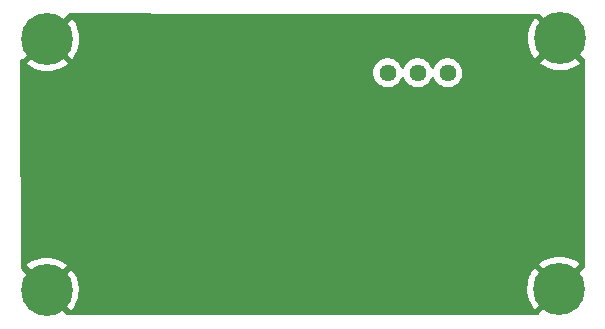
<source format=gbr>
%TF.GenerationSoftware,KiCad,Pcbnew,(6.0.7-1)-1*%
%TF.CreationDate,2022-10-26T21:12:00+02:00*%
%TF.ProjectId,Modulo_LM2596S,4d6f6475-6c6f-45f4-9c4d-32353936532e,rev?*%
%TF.SameCoordinates,Original*%
%TF.FileFunction,Copper,L2,Bot*%
%TF.FilePolarity,Positive*%
%FSLAX46Y46*%
G04 Gerber Fmt 4.6, Leading zero omitted, Abs format (unit mm)*
G04 Created by KiCad (PCBNEW (6.0.7-1)-1) date 2022-10-26 21:12:00*
%MOMM*%
%LPD*%
G01*
G04 APERTURE LIST*
%TA.AperFunction,ComponentPad*%
%ADD10C,0.700000*%
%TD*%
%TA.AperFunction,ComponentPad*%
%ADD11C,4.400000*%
%TD*%
%TA.AperFunction,ComponentPad*%
%ADD12C,1.440000*%
%TD*%
%TA.AperFunction,ViaPad*%
%ADD13C,1.000000*%
%TD*%
%TA.AperFunction,ViaPad*%
%ADD14C,0.800000*%
%TD*%
G04 APERTURE END LIST*
D10*
%TO.P,H104,1,1*%
%TO.N,OUT-*%
X196783274Y-91133274D03*
X197950000Y-93950000D03*
D11*
X197950000Y-92300000D03*
D10*
X199116726Y-91133274D03*
X196783274Y-93466726D03*
X199600000Y-92300000D03*
X196300000Y-92300000D03*
X197950000Y-90650000D03*
X199116726Y-93466726D03*
%TD*%
%TO.P,H101,1,1*%
%TO.N,OUT-*%
X153433274Y-69983274D03*
X154600000Y-72800000D03*
X155766726Y-69983274D03*
X153433274Y-72316726D03*
D11*
X154600000Y-71150000D03*
D10*
X156250000Y-71150000D03*
X154600000Y-69500000D03*
X152950000Y-71150000D03*
X155766726Y-72316726D03*
%TD*%
%TO.P,H102,1,1*%
%TO.N,OUT-*%
X196833274Y-69933274D03*
D11*
X198000000Y-71100000D03*
D10*
X196350000Y-71100000D03*
X199166726Y-69933274D03*
X199650000Y-71100000D03*
X199166726Y-72266726D03*
X198000000Y-69450000D03*
X198000000Y-72750000D03*
X196833274Y-72266726D03*
%TD*%
D12*
%TO.P,RV101,1,1*%
%TO.N,Net-(R101-Pad1)*%
X183425000Y-74025000D03*
%TO.P,RV101,2,2*%
X185965000Y-74025000D03*
%TO.P,RV101,3,3*%
%TO.N,OUT+*%
X188505000Y-74025000D03*
%TD*%
D10*
%TO.P,H103,1,1*%
%TO.N,OUT-*%
X153383274Y-91233274D03*
D11*
X154550000Y-92400000D03*
D10*
X155716726Y-93566726D03*
X154550000Y-90750000D03*
X154550000Y-94050000D03*
X153383274Y-93566726D03*
X152900000Y-92400000D03*
X156200000Y-92400000D03*
X155716726Y-91233274D03*
%TD*%
D13*
%TO.N,OUT-*%
X170600000Y-75250000D03*
X170600000Y-73700000D03*
X168950000Y-70650000D03*
X172100000Y-72250000D03*
D14*
X191700000Y-89850000D03*
D13*
X169000000Y-75200000D03*
X168950000Y-72150000D03*
X170600000Y-72250000D03*
X173650000Y-72200000D03*
X173650000Y-73750000D03*
X164500000Y-72250000D03*
X167600000Y-75350000D03*
X158850000Y-88300000D03*
X160300000Y-88300000D03*
D14*
X180550000Y-78300000D03*
D13*
X172200000Y-73700000D03*
X160250000Y-89750000D03*
X164500000Y-73800000D03*
D14*
X192850000Y-88700000D03*
D13*
X173600000Y-70650000D03*
X166050000Y-72250000D03*
X172000000Y-70600000D03*
X161800000Y-89800000D03*
X166100000Y-73750000D03*
X169000000Y-73700000D03*
D14*
X192800000Y-89850000D03*
D13*
X161800000Y-88300000D03*
X167600000Y-73750000D03*
X172200000Y-75250000D03*
X167500000Y-72250000D03*
D14*
X194100000Y-88650000D03*
X179500000Y-79200000D03*
D13*
X167500000Y-70650000D03*
X170550000Y-70600000D03*
X164500000Y-70650000D03*
D14*
X191750000Y-88650000D03*
X180550000Y-79250000D03*
D13*
X160250000Y-91200000D03*
X164500000Y-75350000D03*
X166100000Y-75300000D03*
X161800000Y-91250000D03*
X166000000Y-70650000D03*
D14*
X194100000Y-89850000D03*
D13*
X173650000Y-75300000D03*
%TD*%
%TA.AperFunction,Conductor*%
%TO.N,OUT-*%
G36*
X170516948Y-69002999D02*
G01*
X196215181Y-69008134D01*
X196283297Y-69028150D01*
X196304250Y-69045039D01*
X198000000Y-70740790D01*
X200086097Y-72826886D01*
X200085719Y-72827264D01*
X200121821Y-72863368D01*
X200137233Y-72924088D01*
X200090388Y-90474305D01*
X200070204Y-90542372D01*
X200025864Y-90583954D01*
X200024488Y-90584723D01*
X198309210Y-92300000D01*
X197950000Y-92659210D01*
X196235816Y-94373395D01*
X196228204Y-94387336D01*
X196230152Y-94414584D01*
X196215060Y-94483958D01*
X196164857Y-94534160D01*
X196104429Y-94549571D01*
X164119586Y-94538457D01*
X156373787Y-94535766D01*
X156305673Y-94515740D01*
X156279289Y-94487448D01*
X156278763Y-94487974D01*
X154191921Y-92401131D01*
X154914408Y-92401131D01*
X154914539Y-92402966D01*
X154918790Y-92409580D01*
X156623285Y-94114074D01*
X156636408Y-94121240D01*
X156646709Y-94113851D01*
X156750751Y-93986055D01*
X156755164Y-93979914D01*
X156925349Y-93710187D01*
X156929005Y-93703536D01*
X157065544Y-93415335D01*
X157068375Y-93408295D01*
X157169306Y-93105767D01*
X157171270Y-93098433D01*
X157235122Y-92785989D01*
X157236194Y-92778465D01*
X157262173Y-92459051D01*
X157262378Y-92454576D01*
X157262927Y-92402221D01*
X157262817Y-92397789D01*
X157255438Y-92275383D01*
X195237388Y-92275383D01*
X195253245Y-92593914D01*
X195254076Y-92601443D01*
X195308085Y-92915759D01*
X195309818Y-92923146D01*
X195401196Y-93228695D01*
X195403799Y-93235808D01*
X195531227Y-93528173D01*
X195534669Y-93534929D01*
X195696296Y-93809865D01*
X195700519Y-93816150D01*
X195851463Y-94013934D01*
X195862989Y-94022396D01*
X195875054Y-94015735D01*
X197577980Y-92312810D01*
X197585592Y-92298869D01*
X197585461Y-92297034D01*
X197581210Y-92290420D01*
X195876445Y-90585656D01*
X195863510Y-90578592D01*
X195852949Y-90586252D01*
X195732766Y-90737072D01*
X195728410Y-90743270D01*
X195561059Y-91014764D01*
X195557479Y-91021440D01*
X195423956Y-91311074D01*
X195421206Y-91318125D01*
X195323444Y-91621708D01*
X195321561Y-91629041D01*
X195260979Y-91942170D01*
X195259992Y-91949670D01*
X195237467Y-92267802D01*
X195237388Y-92275383D01*
X157255438Y-92275383D01*
X157243529Y-92077853D01*
X157242621Y-92070351D01*
X157185319Y-91756593D01*
X157183518Y-91749260D01*
X157088935Y-91444655D01*
X157086263Y-91437583D01*
X156955781Y-91146570D01*
X156952264Y-91139843D01*
X156787771Y-90866621D01*
X156783481Y-90860377D01*
X156647991Y-90686647D01*
X156636199Y-90678178D01*
X156624486Y-90684725D01*
X154922020Y-92387190D01*
X154914408Y-92401131D01*
X154191921Y-92401131D01*
X154190790Y-92400000D01*
X152476443Y-90685654D01*
X152445557Y-90668789D01*
X152412390Y-90661574D01*
X152362187Y-90611373D01*
X152346774Y-90551192D01*
X152346385Y-90313423D01*
X152827917Y-90313423D01*
X152834520Y-90325309D01*
X154537190Y-92027980D01*
X154551131Y-92035592D01*
X154552966Y-92035461D01*
X154559580Y-92031210D01*
X156264559Y-90326230D01*
X156271571Y-90313389D01*
X156263777Y-90302701D01*
X156150528Y-90213423D01*
X196227917Y-90213423D01*
X196234520Y-90225309D01*
X197937190Y-91927980D01*
X197951131Y-91935592D01*
X197952966Y-91935461D01*
X197959580Y-91931210D01*
X199664559Y-90226230D01*
X199671571Y-90213389D01*
X199663777Y-90202701D01*
X199501298Y-90074613D01*
X199495075Y-90070288D01*
X199222702Y-89904357D01*
X199216025Y-89900822D01*
X198925686Y-89768813D01*
X198918616Y-89766099D01*
X198614537Y-89669932D01*
X198607186Y-89668085D01*
X198293746Y-89609142D01*
X198286237Y-89608194D01*
X197967989Y-89587335D01*
X197960424Y-89587295D01*
X197641964Y-89604821D01*
X197634450Y-89605690D01*
X197320405Y-89661348D01*
X197313044Y-89663115D01*
X197007980Y-89756092D01*
X197000860Y-89758740D01*
X196709182Y-89887690D01*
X196702445Y-89891167D01*
X196428355Y-90054233D01*
X196422091Y-90058490D01*
X196236385Y-90201762D01*
X196227917Y-90213423D01*
X156150528Y-90213423D01*
X156101298Y-90174613D01*
X156095075Y-90170288D01*
X155822702Y-90004357D01*
X155816025Y-90000822D01*
X155525686Y-89868813D01*
X155518616Y-89866099D01*
X155214537Y-89769932D01*
X155207186Y-89768085D01*
X154893746Y-89709142D01*
X154886237Y-89708194D01*
X154567989Y-89687335D01*
X154560424Y-89687295D01*
X154241964Y-89704821D01*
X154234450Y-89705690D01*
X153920405Y-89761348D01*
X153913044Y-89763115D01*
X153607980Y-89856092D01*
X153600860Y-89858740D01*
X153309182Y-89987690D01*
X153302445Y-89991167D01*
X153028355Y-90154233D01*
X153022091Y-90158490D01*
X152836385Y-90301762D01*
X152827917Y-90313423D01*
X152346385Y-90313423D01*
X152321696Y-75238034D01*
X152319709Y-74025000D01*
X182191807Y-74025000D01*
X182210542Y-74239142D01*
X182211966Y-74244455D01*
X182211966Y-74244457D01*
X182253924Y-74401043D01*
X182266178Y-74446777D01*
X182357024Y-74641596D01*
X182480319Y-74817681D01*
X182632319Y-74969681D01*
X182808403Y-75092976D01*
X182813381Y-75095297D01*
X182813384Y-75095299D01*
X182998241Y-75181499D01*
X183003223Y-75183822D01*
X183008531Y-75185244D01*
X183008533Y-75185245D01*
X183205543Y-75238034D01*
X183205545Y-75238034D01*
X183210858Y-75239458D01*
X183425000Y-75258193D01*
X183639142Y-75239458D01*
X183644455Y-75238034D01*
X183644457Y-75238034D01*
X183841467Y-75185245D01*
X183841469Y-75185244D01*
X183846777Y-75183822D01*
X183851759Y-75181499D01*
X184036616Y-75095299D01*
X184036619Y-75095297D01*
X184041597Y-75092976D01*
X184217681Y-74969681D01*
X184369681Y-74817681D01*
X184492976Y-74641596D01*
X184580805Y-74453247D01*
X184627723Y-74399962D01*
X184696000Y-74380501D01*
X184763960Y-74401043D01*
X184809195Y-74453247D01*
X184897024Y-74641596D01*
X185020319Y-74817681D01*
X185172319Y-74969681D01*
X185348403Y-75092976D01*
X185353381Y-75095297D01*
X185353384Y-75095299D01*
X185538241Y-75181499D01*
X185543223Y-75183822D01*
X185548531Y-75185244D01*
X185548533Y-75185245D01*
X185745543Y-75238034D01*
X185745545Y-75238034D01*
X185750858Y-75239458D01*
X185965000Y-75258193D01*
X186179142Y-75239458D01*
X186184455Y-75238034D01*
X186184457Y-75238034D01*
X186381467Y-75185245D01*
X186381469Y-75185244D01*
X186386777Y-75183822D01*
X186391759Y-75181499D01*
X186576616Y-75095299D01*
X186576619Y-75095297D01*
X186581597Y-75092976D01*
X186757681Y-74969681D01*
X186909681Y-74817681D01*
X187032976Y-74641596D01*
X187120805Y-74453247D01*
X187167723Y-74399962D01*
X187236000Y-74380501D01*
X187303960Y-74401043D01*
X187349195Y-74453247D01*
X187437024Y-74641596D01*
X187560319Y-74817681D01*
X187712319Y-74969681D01*
X187888403Y-75092976D01*
X187893381Y-75095297D01*
X187893384Y-75095299D01*
X188078241Y-75181499D01*
X188083223Y-75183822D01*
X188088531Y-75185244D01*
X188088533Y-75185245D01*
X188285543Y-75238034D01*
X188285545Y-75238034D01*
X188290858Y-75239458D01*
X188505000Y-75258193D01*
X188719142Y-75239458D01*
X188724455Y-75238034D01*
X188724457Y-75238034D01*
X188921467Y-75185245D01*
X188921469Y-75185244D01*
X188926777Y-75183822D01*
X188931759Y-75181499D01*
X189116616Y-75095299D01*
X189116619Y-75095297D01*
X189121597Y-75092976D01*
X189297681Y-74969681D01*
X189449681Y-74817681D01*
X189572976Y-74641596D01*
X189663822Y-74446777D01*
X189676077Y-74401043D01*
X189718034Y-74244457D01*
X189718034Y-74244455D01*
X189719458Y-74239142D01*
X189738193Y-74025000D01*
X189719458Y-73810858D01*
X189713370Y-73788137D01*
X189665245Y-73608533D01*
X189665244Y-73608531D01*
X189663822Y-73603223D01*
X189627425Y-73525169D01*
X189575299Y-73413385D01*
X189575297Y-73413382D01*
X189572976Y-73408404D01*
X189449681Y-73232319D01*
X189403785Y-73186423D01*
X196278703Y-73186423D01*
X196286227Y-73196854D01*
X196425483Y-73309020D01*
X196431657Y-73313408D01*
X196702271Y-73482178D01*
X196708931Y-73485794D01*
X196997852Y-73620827D01*
X197004905Y-73623620D01*
X197307970Y-73722970D01*
X197315282Y-73724888D01*
X197628092Y-73787109D01*
X197635590Y-73788137D01*
X197953610Y-73812328D01*
X197961173Y-73812446D01*
X198279785Y-73798257D01*
X198287326Y-73797465D01*
X198601924Y-73745101D01*
X198609302Y-73743411D01*
X198915355Y-73653625D01*
X198922450Y-73651071D01*
X199215496Y-73525169D01*
X199222263Y-73521765D01*
X199498042Y-73361580D01*
X199504349Y-73357390D01*
X199714305Y-73198889D01*
X199722761Y-73187496D01*
X199716045Y-73175256D01*
X198012810Y-71472020D01*
X197998869Y-71464408D01*
X197997034Y-71464539D01*
X197990420Y-71468790D01*
X196285818Y-73173393D01*
X196278703Y-73186423D01*
X189403785Y-73186423D01*
X189297681Y-73080319D01*
X189121597Y-72957024D01*
X189116619Y-72954703D01*
X189116616Y-72954701D01*
X188931759Y-72868501D01*
X188931758Y-72868500D01*
X188926777Y-72866178D01*
X188921469Y-72864756D01*
X188921467Y-72864755D01*
X188724457Y-72811966D01*
X188724455Y-72811966D01*
X188719142Y-72810542D01*
X188505000Y-72791807D01*
X188290858Y-72810542D01*
X188285545Y-72811966D01*
X188285543Y-72811966D01*
X188088533Y-72864755D01*
X188088531Y-72864756D01*
X188083223Y-72866178D01*
X188078243Y-72868500D01*
X188078241Y-72868501D01*
X187893385Y-72954701D01*
X187893382Y-72954703D01*
X187888404Y-72957024D01*
X187712319Y-73080319D01*
X187560319Y-73232319D01*
X187437024Y-73408404D01*
X187434703Y-73413382D01*
X187434701Y-73413385D01*
X187349195Y-73596753D01*
X187302277Y-73650038D01*
X187234000Y-73669499D01*
X187166040Y-73648957D01*
X187120805Y-73596753D01*
X187035299Y-73413385D01*
X187035297Y-73413382D01*
X187032976Y-73408404D01*
X186909681Y-73232319D01*
X186757681Y-73080319D01*
X186581597Y-72957024D01*
X186576619Y-72954703D01*
X186576616Y-72954701D01*
X186391759Y-72868501D01*
X186391758Y-72868500D01*
X186386777Y-72866178D01*
X186381469Y-72864756D01*
X186381467Y-72864755D01*
X186184457Y-72811966D01*
X186184455Y-72811966D01*
X186179142Y-72810542D01*
X185965000Y-72791807D01*
X185750858Y-72810542D01*
X185745545Y-72811966D01*
X185745543Y-72811966D01*
X185548533Y-72864755D01*
X185548531Y-72864756D01*
X185543223Y-72866178D01*
X185538243Y-72868500D01*
X185538241Y-72868501D01*
X185353385Y-72954701D01*
X185353382Y-72954703D01*
X185348404Y-72957024D01*
X185172319Y-73080319D01*
X185020319Y-73232319D01*
X184897024Y-73408404D01*
X184894703Y-73413382D01*
X184894701Y-73413385D01*
X184809195Y-73596753D01*
X184762277Y-73650038D01*
X184694000Y-73669499D01*
X184626040Y-73648957D01*
X184580805Y-73596753D01*
X184495299Y-73413385D01*
X184495297Y-73413382D01*
X184492976Y-73408404D01*
X184369681Y-73232319D01*
X184217681Y-73080319D01*
X184041597Y-72957024D01*
X184036619Y-72954703D01*
X184036616Y-72954701D01*
X183851759Y-72868501D01*
X183851758Y-72868500D01*
X183846777Y-72866178D01*
X183841469Y-72864756D01*
X183841467Y-72864755D01*
X183644457Y-72811966D01*
X183644455Y-72811966D01*
X183639142Y-72810542D01*
X183425000Y-72791807D01*
X183210858Y-72810542D01*
X183205545Y-72811966D01*
X183205543Y-72811966D01*
X183008533Y-72864755D01*
X183008531Y-72864756D01*
X183003223Y-72866178D01*
X182998243Y-72868500D01*
X182998241Y-72868501D01*
X182813385Y-72954701D01*
X182813382Y-72954703D01*
X182808404Y-72957024D01*
X182632319Y-73080319D01*
X182480319Y-73232319D01*
X182357024Y-73408404D01*
X182354703Y-73413382D01*
X182354701Y-73413385D01*
X182302575Y-73525169D01*
X182266178Y-73603223D01*
X182264756Y-73608531D01*
X182264755Y-73608533D01*
X182216630Y-73788137D01*
X182210542Y-73810858D01*
X182191807Y-74025000D01*
X152319709Y-74025000D01*
X152318418Y-73236423D01*
X152878703Y-73236423D01*
X152886227Y-73246854D01*
X153025483Y-73359020D01*
X153031657Y-73363408D01*
X153302271Y-73532178D01*
X153308931Y-73535794D01*
X153597852Y-73670827D01*
X153604905Y-73673620D01*
X153907970Y-73772970D01*
X153915282Y-73774888D01*
X154228092Y-73837109D01*
X154235590Y-73838137D01*
X154553610Y-73862328D01*
X154561173Y-73862446D01*
X154879785Y-73848257D01*
X154887326Y-73847465D01*
X155201924Y-73795101D01*
X155209302Y-73793411D01*
X155515355Y-73703625D01*
X155522450Y-73701071D01*
X155815496Y-73575169D01*
X155822263Y-73571765D01*
X156098042Y-73411580D01*
X156104349Y-73407390D01*
X156314305Y-73248889D01*
X156322761Y-73237496D01*
X156316045Y-73225256D01*
X154612810Y-71522020D01*
X154598869Y-71514408D01*
X154597034Y-71514539D01*
X154590420Y-71518790D01*
X152885818Y-73223393D01*
X152878703Y-73236423D01*
X152318418Y-73236423D01*
X152317995Y-72978259D01*
X152337886Y-72910107D01*
X152391465Y-72863526D01*
X152461722Y-72853307D01*
X152510210Y-72873082D01*
X152511592Y-72873168D01*
X152525054Y-72865735D01*
X154239659Y-71151131D01*
X154964408Y-71151131D01*
X154964539Y-71152966D01*
X154968790Y-71159580D01*
X156673285Y-72864074D01*
X156686408Y-72871240D01*
X156696709Y-72863851D01*
X156800751Y-72736055D01*
X156805164Y-72729914D01*
X156975349Y-72460187D01*
X156979005Y-72453536D01*
X157115544Y-72165335D01*
X157118375Y-72158295D01*
X157219306Y-71855767D01*
X157221270Y-71848433D01*
X157285122Y-71535989D01*
X157286194Y-71528465D01*
X157312173Y-71209051D01*
X157312378Y-71204576D01*
X157312927Y-71152221D01*
X157312817Y-71147789D01*
X157308452Y-71075383D01*
X195287388Y-71075383D01*
X195303245Y-71393914D01*
X195304076Y-71401443D01*
X195358085Y-71715759D01*
X195359818Y-71723146D01*
X195451196Y-72028695D01*
X195453799Y-72035808D01*
X195581227Y-72328173D01*
X195584669Y-72334929D01*
X195746296Y-72609865D01*
X195750519Y-72616150D01*
X195901463Y-72813934D01*
X195912989Y-72822396D01*
X195925054Y-72815735D01*
X197627980Y-71112810D01*
X197635592Y-71098869D01*
X197635461Y-71097034D01*
X197631210Y-71090420D01*
X195926445Y-69385656D01*
X195913510Y-69378592D01*
X195902949Y-69386252D01*
X195782766Y-69537072D01*
X195778410Y-69543270D01*
X195611059Y-69814764D01*
X195607479Y-69821440D01*
X195473956Y-70111074D01*
X195471206Y-70118125D01*
X195373444Y-70421708D01*
X195371561Y-70429041D01*
X195310979Y-70742170D01*
X195309992Y-70749670D01*
X195287467Y-71067802D01*
X195287388Y-71075383D01*
X157308452Y-71075383D01*
X157293529Y-70827853D01*
X157292621Y-70820351D01*
X157235319Y-70506593D01*
X157233518Y-70499260D01*
X157138935Y-70194655D01*
X157136263Y-70187583D01*
X157005781Y-69896570D01*
X157002264Y-69889843D01*
X156837771Y-69616621D01*
X156833481Y-69610377D01*
X156697991Y-69436647D01*
X156686199Y-69428178D01*
X156674486Y-69434725D01*
X154972020Y-71137190D01*
X154964408Y-71151131D01*
X154239659Y-71151131D01*
X154600000Y-70790790D01*
X156314559Y-69076230D01*
X156320254Y-69065800D01*
X156370456Y-69015598D01*
X156430867Y-69000185D01*
X170516948Y-69002999D01*
G37*
%TD.AperFunction*%
%TA.AperFunction,Conductor*%
G36*
X153882683Y-92812273D02*
G01*
X153927746Y-92841234D01*
X154108766Y-93022254D01*
X154142792Y-93084566D01*
X154137727Y-93155381D01*
X154108766Y-93200444D01*
X153285984Y-94023226D01*
X153223672Y-94057252D01*
X153152857Y-94052187D01*
X153112847Y-94028008D01*
X152969049Y-93899276D01*
X152957643Y-93887653D01*
X152916211Y-93839575D01*
X152886893Y-93774914D01*
X152897188Y-93704668D01*
X152922564Y-93668226D01*
X153749556Y-92841234D01*
X153811868Y-92807208D01*
X153882683Y-92812273D01*
G37*
%TD.AperFunction*%
%TA.AperFunction,Conductor*%
G36*
X198705381Y-92712273D02*
G01*
X198750444Y-92741234D01*
X199596844Y-93587634D01*
X199630870Y-93649946D01*
X199625805Y-93720761D01*
X199601626Y-93760771D01*
X199449276Y-93930951D01*
X199437652Y-93942358D01*
X199416430Y-93960646D01*
X199351769Y-93989963D01*
X199281523Y-93979668D01*
X199245082Y-93954292D01*
X198391234Y-93100444D01*
X198357208Y-93038132D01*
X198362273Y-92967317D01*
X198391234Y-92922254D01*
X198572254Y-92741234D01*
X198634566Y-92707208D01*
X198705381Y-92712273D01*
G37*
%TD.AperFunction*%
%TA.AperFunction,Conductor*%
G36*
X153252755Y-69454611D02*
G01*
X153289198Y-69479988D01*
X154158766Y-70349556D01*
X154192792Y-70411868D01*
X154187727Y-70482683D01*
X154158766Y-70527746D01*
X153977746Y-70708766D01*
X153915434Y-70742792D01*
X153844619Y-70737727D01*
X153799556Y-70708766D01*
X152921246Y-69830456D01*
X152887220Y-69768144D01*
X152892285Y-69697329D01*
X152916463Y-69657320D01*
X152950723Y-69619050D01*
X152962347Y-69607644D01*
X153117849Y-69473636D01*
X153182509Y-69444317D01*
X153252755Y-69454611D01*
G37*
%TD.AperFunction*%
%TA.AperFunction,Conductor*%
G36*
X199346648Y-69498308D02*
G01*
X199386657Y-69522486D01*
X199522744Y-69644314D01*
X199534149Y-69655936D01*
X199582347Y-69711863D01*
X199611666Y-69776523D01*
X199601373Y-69846770D01*
X199575996Y-69883214D01*
X198800444Y-70658766D01*
X198738132Y-70692792D01*
X198667317Y-70687727D01*
X198622254Y-70658766D01*
X198441234Y-70477746D01*
X198407208Y-70415434D01*
X198412273Y-70344619D01*
X198441234Y-70299556D01*
X199213521Y-69527269D01*
X199275833Y-69493243D01*
X199346648Y-69498308D01*
G37*
%TD.AperFunction*%
%TD*%
M02*

</source>
